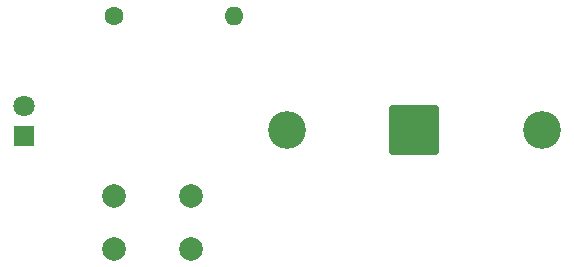
<source format=gbr>
%TF.GenerationSoftware,KiCad,Pcbnew,7.0.8*%
%TF.CreationDate,2023-10-10T10:39:54+02:00*%
%TF.ProjectId,test,74657374-2e6b-4696-9361-645f70636258,rev?*%
%TF.SameCoordinates,Original*%
%TF.FileFunction,Soldermask,Top*%
%TF.FilePolarity,Negative*%
%FSLAX46Y46*%
G04 Gerber Fmt 4.6, Leading zero omitted, Abs format (unit mm)*
G04 Created by KiCad (PCBNEW 7.0.8) date 2023-10-10 10:39:54*
%MOMM*%
%LPD*%
G01*
G04 APERTURE LIST*
G04 Aperture macros list*
%AMRoundRect*
0 Rectangle with rounded corners*
0 $1 Rounding radius*
0 $2 $3 $4 $5 $6 $7 $8 $9 X,Y pos of 4 corners*
0 Add a 4 corners polygon primitive as box body*
4,1,4,$2,$3,$4,$5,$6,$7,$8,$9,$2,$3,0*
0 Add four circle primitives for the rounded corners*
1,1,$1+$1,$2,$3*
1,1,$1+$1,$4,$5*
1,1,$1+$1,$6,$7*
1,1,$1+$1,$8,$9*
0 Add four rect primitives between the rounded corners*
20,1,$1+$1,$2,$3,$4,$5,0*
20,1,$1+$1,$4,$5,$6,$7,0*
20,1,$1+$1,$6,$7,$8,$9,0*
20,1,$1+$1,$8,$9,$2,$3,0*%
G04 Aperture macros list end*
%ADD10RoundRect,0.102000X-1.980000X-1.980000X1.980000X-1.980000X1.980000X1.980000X-1.980000X1.980000X0*%
%ADD11C,3.204000*%
%ADD12C,2.000000*%
%ADD13C,1.600000*%
%ADD14O,1.600000X1.600000*%
%ADD15R,1.800000X1.800000*%
%ADD16C,1.800000*%
G04 APERTURE END LIST*
D10*
%TO.C,BAT1*%
X106680000Y-57910999D03*
D11*
X95880000Y-57910999D03*
X117480000Y-57910999D03*
%TD*%
D12*
%TO.C,SW1*%
X87780000Y-63500000D03*
X81280000Y-63500000D03*
X87780000Y-68000000D03*
X81280000Y-68000000D03*
%TD*%
D13*
%TO.C,R1*%
X81280000Y-48260000D03*
D14*
X91440000Y-48260000D03*
%TD*%
D15*
%TO.C,D1*%
X73660000Y-58420000D03*
D16*
X73660000Y-55880000D03*
%TD*%
M02*

</source>
